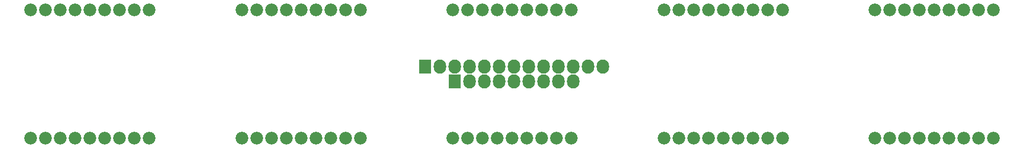
<source format=gbr>
G04 #@! TF.FileFunction,Soldermask,Top*
%FSLAX46Y46*%
G04 Gerber Fmt 4.6, Leading zero omitted, Abs format (unit mm)*
G04 Created by KiCad (PCBNEW 4.0.7) date 02/08/18 16:12:07*
%MOMM*%
%LPD*%
G01*
G04 APERTURE LIST*
%ADD10C,0.100000*%
%ADD11C,2.178000*%
%ADD12R,2.127200X2.432000*%
%ADD13O,2.127200X2.432000*%
G04 APERTURE END LIST*
D10*
D11*
X183832500Y-78310000D03*
X186372500Y-78310000D03*
X188912500Y-78310000D03*
X191452500Y-78310000D03*
X193992500Y-78310000D03*
X196532500Y-78310000D03*
X199072500Y-78310000D03*
X201612500Y-78310000D03*
X204152500Y-78310000D03*
X183832500Y-56310000D03*
X186372500Y-56310000D03*
X188912500Y-56310000D03*
X191452500Y-56310000D03*
X193992500Y-56310000D03*
X196532500Y-56310000D03*
X199072500Y-56310000D03*
X201612500Y-56310000D03*
X204152500Y-56310000D03*
X220027500Y-78310000D03*
X222567500Y-78310000D03*
X225107500Y-78310000D03*
X227647500Y-78310000D03*
X230187500Y-78310000D03*
X232727500Y-78310000D03*
X235267500Y-78310000D03*
X237807500Y-78310000D03*
X240347500Y-78310000D03*
X220027500Y-56310000D03*
X222567500Y-56310000D03*
X225107500Y-56310000D03*
X227647500Y-56310000D03*
X230187500Y-56310000D03*
X232727500Y-56310000D03*
X235267500Y-56310000D03*
X237807500Y-56310000D03*
X240347500Y-56310000D03*
X256222500Y-78310000D03*
X258762500Y-78310000D03*
X261302500Y-78310000D03*
X263842500Y-78310000D03*
X266382500Y-78310000D03*
X268922500Y-78310000D03*
X271462500Y-78310000D03*
X274002500Y-78310000D03*
X276542500Y-78310000D03*
X256222500Y-56310000D03*
X258762500Y-56310000D03*
X261302500Y-56310000D03*
X263842500Y-56310000D03*
X266382500Y-56310000D03*
X268922500Y-56310000D03*
X271462500Y-56310000D03*
X274002500Y-56310000D03*
X276542500Y-56310000D03*
X292417500Y-78310000D03*
X294957500Y-78310000D03*
X297497500Y-78310000D03*
X300037500Y-78310000D03*
X302577500Y-78310000D03*
X305117500Y-78310000D03*
X307657500Y-78310000D03*
X310197500Y-78310000D03*
X312737500Y-78310000D03*
X292417500Y-56310000D03*
X294957500Y-56310000D03*
X297497500Y-56310000D03*
X300037500Y-56310000D03*
X302577500Y-56310000D03*
X305117500Y-56310000D03*
X307657500Y-56310000D03*
X310197500Y-56310000D03*
X312737500Y-56310000D03*
X328612500Y-78310000D03*
X331152500Y-78310000D03*
X333692500Y-78310000D03*
X336232500Y-78310000D03*
X338772500Y-78310000D03*
X341312500Y-78310000D03*
X343852500Y-78310000D03*
X346392500Y-78310000D03*
X348932500Y-78310000D03*
X328612500Y-56310000D03*
X331152500Y-56310000D03*
X333692500Y-56310000D03*
X336232500Y-56310000D03*
X338772500Y-56310000D03*
X341312500Y-56310000D03*
X343852500Y-56310000D03*
X346392500Y-56310000D03*
X348932500Y-56310000D03*
D12*
X251460000Y-66040000D03*
D13*
X254000000Y-66040000D03*
X256540000Y-66040000D03*
X259080000Y-66040000D03*
X261620000Y-66040000D03*
X264160000Y-66040000D03*
X266700000Y-66040000D03*
X269240000Y-66040000D03*
X271780000Y-66040000D03*
X274320000Y-66040000D03*
X276860000Y-66040000D03*
X279400000Y-66040000D03*
X281940000Y-66040000D03*
D12*
X256540000Y-68580000D03*
D13*
X259080000Y-68580000D03*
X261620000Y-68580000D03*
X264160000Y-68580000D03*
X266700000Y-68580000D03*
X269240000Y-68580000D03*
X271780000Y-68580000D03*
X274320000Y-68580000D03*
X276860000Y-68580000D03*
M02*

</source>
